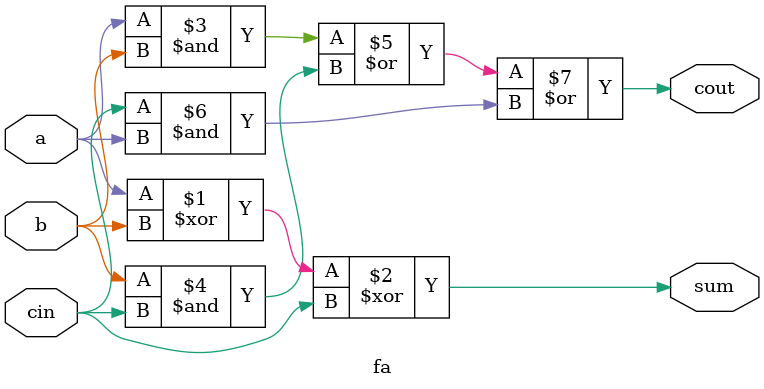
<source format=v>
module top_module( 
    input [2:0] a, b,
    input cin,
    output [2:0] cout,
    output [2:0] sum );
    
    wire [3:0] carry;
    assign carry[0] = cin;
    assign cout = carry[3:1];
    
    fa fa_0 (.a(a[0]),.b(b[0]),.cin(carry[0]),.sum(sum[0]),.cout(carry[1]));
    fa fa_1 (.a(a[1]),.b(b[1]),.cin(carry[1]),.sum(sum[1]),.cout(carry[2]));
    fa fa_2 (.a(a[2]),.b(b[2]),.cin(carry[2]),.sum(sum[2]),.cout(carry[3]));

endmodule

module fa (input a,b,cin,
           output sum,cout);
    
    assign sum = a ^ b ^ cin;
    assign cout = a & b | b & cin | cin & a;
    
endmodule

</source>
